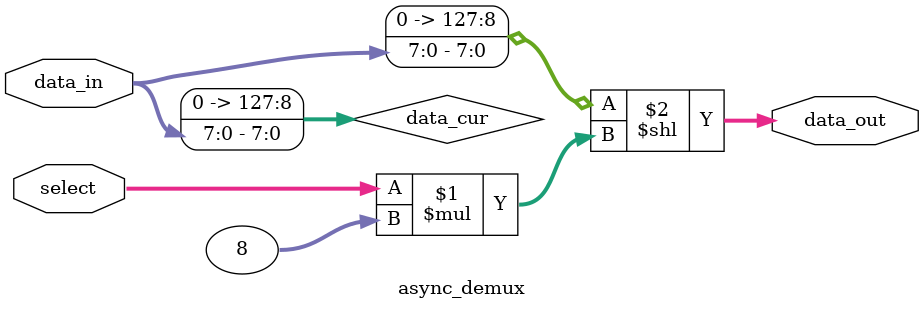
<source format=v>
/*
 * Created on Mon Feb 14 2022
 *
 * Copyright (c) 2022 IOA UCAS
 *
 * @Filename:	 async_demux.v
 * @Author:		 Jiawei Lin
 * @Last edit:	 15:54:19
 */

module async_demux #(
	parameter DATA_WIDTH = 8,
	parameter ADDR_WIDTH = $clog2(COUNT),
	parameter COUNT  = 16
) (
  input  wire [DATA_WIDTH-1:0] data_in,
  input  wire [ADDR_WIDTH-1:0] select,
  output wire [COUNT*DATA_WIDTH-1:0] data_out
);

reg [COUNT*DATA_WIDTH-1:0] data_cur = {COUNT*DATA_WIDTH{1'b0}};

assign data_out = data_cur << ( select*DATA_WIDTH);

always @(*) begin 
	data_cur = {{(COUNT-1)*DATA_WIDTH{1'b0}}, data_in};
end

endmodule
</source>
